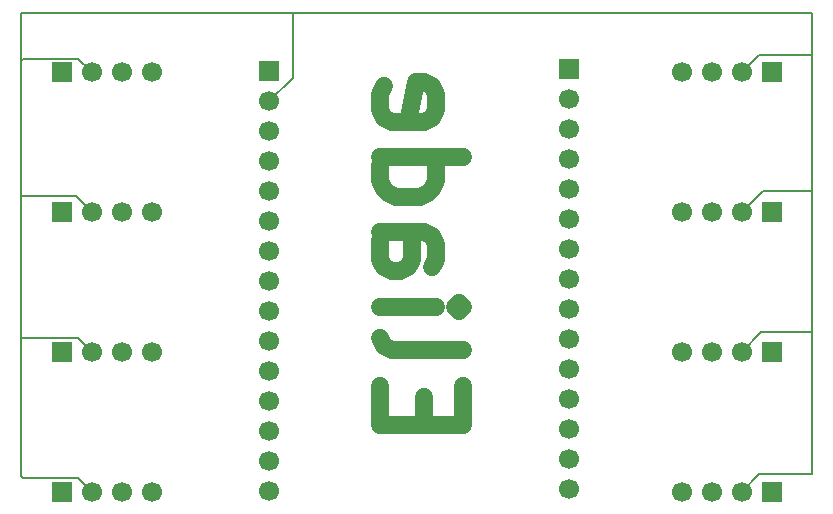
<source format=gbr>
%TF.GenerationSoftware,KiCad,Pcbnew,9.0.3-9.0.3-0~ubuntu24.04.1*%
%TF.CreationDate,2025-08-18T18:47:54+03:00*%
%TF.ProjectId,PCH_ESP32,5043485f-4553-4503-9332-2e6b69636164,rev?*%
%TF.SameCoordinates,Original*%
%TF.FileFunction,Copper,L2,Bot*%
%TF.FilePolarity,Positive*%
%FSLAX46Y46*%
G04 Gerber Fmt 4.6, Leading zero omitted, Abs format (unit mm)*
G04 Created by KiCad (PCBNEW 9.0.3-9.0.3-0~ubuntu24.04.1) date 2025-08-18 18:47:54*
%MOMM*%
%LPD*%
G01*
G04 APERTURE LIST*
%ADD10C,1.500000*%
%TA.AperFunction,NonConductor*%
%ADD11C,1.500000*%
%TD*%
%TA.AperFunction,ComponentPad*%
%ADD12C,1.700000*%
%TD*%
%TA.AperFunction,ComponentPad*%
%ADD13R,1.700000X1.700000*%
%TD*%
%TA.AperFunction,Conductor*%
%ADD14C,0.200000*%
%TD*%
G04 APERTURE END LIST*
D10*
D11*
X163101332Y-90846491D02*
X163101332Y-88513158D01*
X159434665Y-87513158D02*
X159434665Y-90846491D01*
X159434665Y-90846491D02*
X166434665Y-90846491D01*
X166434665Y-90846491D02*
X166434665Y-87513158D01*
X159434665Y-83513158D02*
X159767999Y-84179825D01*
X159767999Y-84179825D02*
X160434665Y-84513158D01*
X160434665Y-84513158D02*
X166434665Y-84513158D01*
X159434665Y-80846491D02*
X164101332Y-80846491D01*
X166434665Y-80846491D02*
X166101332Y-81179824D01*
X166101332Y-81179824D02*
X165767999Y-80846491D01*
X165767999Y-80846491D02*
X166101332Y-80513158D01*
X166101332Y-80513158D02*
X166434665Y-80846491D01*
X166434665Y-80846491D02*
X165767999Y-80846491D01*
X159434665Y-74513158D02*
X163101332Y-74513158D01*
X163101332Y-74513158D02*
X163767999Y-74846491D01*
X163767999Y-74846491D02*
X164101332Y-75513158D01*
X164101332Y-75513158D02*
X164101332Y-76846491D01*
X164101332Y-76846491D02*
X163767999Y-77513158D01*
X159767999Y-74513158D02*
X159434665Y-75179825D01*
X159434665Y-75179825D02*
X159434665Y-76846491D01*
X159434665Y-76846491D02*
X159767999Y-77513158D01*
X159767999Y-77513158D02*
X160434665Y-77846491D01*
X160434665Y-77846491D02*
X161101332Y-77846491D01*
X161101332Y-77846491D02*
X161767999Y-77513158D01*
X161767999Y-77513158D02*
X162101332Y-76846491D01*
X162101332Y-76846491D02*
X162101332Y-75179825D01*
X162101332Y-75179825D02*
X162434665Y-74513158D01*
X159434665Y-68179825D02*
X166434665Y-68179825D01*
X159767999Y-68179825D02*
X159434665Y-68846492D01*
X159434665Y-68846492D02*
X159434665Y-70179825D01*
X159434665Y-70179825D02*
X159767999Y-70846492D01*
X159767999Y-70846492D02*
X160101332Y-71179825D01*
X160101332Y-71179825D02*
X160767999Y-71513158D01*
X160767999Y-71513158D02*
X162767999Y-71513158D01*
X162767999Y-71513158D02*
X163434665Y-71179825D01*
X163434665Y-71179825D02*
X163767999Y-70846492D01*
X163767999Y-70846492D02*
X164101332Y-70179825D01*
X164101332Y-70179825D02*
X164101332Y-68846492D01*
X164101332Y-68846492D02*
X163767999Y-68179825D01*
X159767999Y-62179825D02*
X159434665Y-62846492D01*
X159434665Y-62846492D02*
X159434665Y-64179825D01*
X159434665Y-64179825D02*
X159767999Y-64846492D01*
X159767999Y-64846492D02*
X160434665Y-65179825D01*
X160434665Y-65179825D02*
X163101332Y-65179825D01*
X163101332Y-65179825D02*
X163767999Y-64846492D01*
X163767999Y-64846492D02*
X164101332Y-64179825D01*
X164101332Y-64179825D02*
X164101332Y-62846492D01*
X164101332Y-62846492D02*
X163767999Y-62179825D01*
X163767999Y-62179825D02*
X163101332Y-61846492D01*
X163101332Y-61846492D02*
X162434665Y-61846492D01*
X162434665Y-61846492D02*
X161767999Y-65179825D01*
D12*
%TO.P,J7,4,Pin_4*%
%TO.N,Net-(J1-Pin_6)*%
X140080000Y-61000000D03*
%TO.P,J7,3,Pin_3*%
%TO.N,Net-(J1-Pin_5)*%
X137540000Y-61000000D03*
%TO.P,J7,2,Pin_2*%
%TO.N,Net-(J1-Pin_2)*%
X135000000Y-61000000D03*
D13*
%TO.P,J7,1,Pin_1*%
%TO.N,Net-(J1-Pin_1)*%
X132460000Y-61000000D03*
%TD*%
D12*
%TO.P,J1,15,Pin_15*%
%TO.N,unconnected-(J1-Pin_15-Pad15)*%
X150000000Y-96450000D03*
%TO.P,J1,14,Pin_14*%
%TO.N,Net-(J1-Pin_14)*%
X150000000Y-93910000D03*
%TO.P,J1,13,Pin_13*%
%TO.N,unconnected-(J1-Pin_13-Pad13)*%
X150000000Y-91370000D03*
%TO.P,J1,12,Pin_12*%
%TO.N,unconnected-(J1-Pin_12-Pad12)*%
X150000000Y-88830000D03*
%TO.P,J1,11,Pin_11*%
%TO.N,Net-(J1-Pin_11)*%
X150000000Y-86290000D03*
%TO.P,J1,10,Pin_10*%
%TO.N,Net-(J1-Pin_10)*%
X150000000Y-83750000D03*
%TO.P,J1,9,Pin_9*%
%TO.N,Net-(J1-Pin_9)*%
X150000000Y-81210000D03*
%TO.P,J1,8,Pin_8*%
%TO.N,Net-(J1-Pin_8)*%
X150000000Y-78670000D03*
%TO.P,J1,7,Pin_7*%
%TO.N,Net-(J1-Pin_7)*%
X150000000Y-76130000D03*
%TO.P,J1,6,Pin_6*%
%TO.N,Net-(J1-Pin_6)*%
X150000000Y-73590000D03*
%TO.P,J1,5,Pin_5*%
%TO.N,Net-(J1-Pin_5)*%
X150000000Y-71050000D03*
%TO.P,J1,4,Pin_4*%
%TO.N,unconnected-(J1-Pin_4-Pad4)*%
X150000000Y-68510000D03*
%TO.P,J1,3,Pin_3*%
%TO.N,unconnected-(J1-Pin_3-Pad3)*%
X150000000Y-65970000D03*
%TO.P,J1,2,Pin_2*%
%TO.N,Net-(J1-Pin_2)*%
X150000000Y-63430000D03*
D13*
%TO.P,J1,1,Pin_1*%
%TO.N,Net-(J1-Pin_1)*%
X150000000Y-60890000D03*
%TD*%
D12*
%TO.P,J9,4,Pin_4*%
%TO.N,Net-(J1-Pin_10)*%
X140080000Y-84660000D03*
%TO.P,J9,3,Pin_3*%
%TO.N,Net-(J1-Pin_9)*%
X137540000Y-84660000D03*
%TO.P,J9,2,Pin_2*%
%TO.N,Net-(J1-Pin_2)*%
X135000000Y-84660000D03*
D13*
%TO.P,J9,1,Pin_1*%
%TO.N,Net-(J1-Pin_1)*%
X132460000Y-84660000D03*
%TD*%
%TO.P,J2,1,Pin_1*%
%TO.N,unconnected-(J2-Pin_1-Pad1)*%
X175400000Y-60680000D03*
D12*
%TO.P,J2,2,Pin_2*%
%TO.N,unconnected-(J2-Pin_2-Pad2)*%
X175400000Y-63220000D03*
%TO.P,J2,3,Pin_3*%
%TO.N,Net-(J2-Pin_3)*%
X175400000Y-65760000D03*
%TO.P,J2,4,Pin_4*%
%TO.N,unconnected-(J2-Pin_4-Pad4)*%
X175400000Y-68300000D03*
%TO.P,J2,5,Pin_5*%
%TO.N,Net-(J2-Pin_5)*%
X175400000Y-70840000D03*
%TO.P,J2,6,Pin_6*%
%TO.N,Net-(J2-Pin_6)*%
X175400000Y-73380000D03*
%TO.P,J2,7,Pin_7*%
%TO.N,Net-(J2-Pin_7)*%
X175400000Y-75920000D03*
%TO.P,J2,8,Pin_8*%
%TO.N,Net-(J2-Pin_8)*%
X175400000Y-78460000D03*
%TO.P,J2,9,Pin_9*%
%TO.N,Net-(J2-Pin_9)*%
X175400000Y-81000000D03*
%TO.P,J2,10,Pin_10*%
%TO.N,Net-(J2-Pin_10)*%
X175400000Y-83540000D03*
%TO.P,J2,11,Pin_11*%
%TO.N,Net-(J2-Pin_11)*%
X175400000Y-86080000D03*
%TO.P,J2,12,Pin_12*%
%TO.N,unconnected-(J2-Pin_12-Pad12)*%
X175400000Y-88620000D03*
%TO.P,J2,13,Pin_13*%
%TO.N,unconnected-(J2-Pin_13-Pad13)*%
X175400000Y-91160000D03*
%TO.P,J2,14,Pin_14*%
%TO.N,unconnected-(J2-Pin_14-Pad14)*%
X175400000Y-93700000D03*
%TO.P,J2,15,Pin_15*%
%TO.N,unconnected-(J2-Pin_15-Pad15)*%
X175400000Y-96240000D03*
%TD*%
D13*
%TO.P,J5,1,Pin_1*%
%TO.N,Net-(J1-Pin_1)*%
X192540000Y-84660000D03*
D12*
%TO.P,J5,2,Pin_2*%
%TO.N,Net-(J1-Pin_2)*%
X190000000Y-84660000D03*
%TO.P,J5,3,Pin_3*%
%TO.N,Net-(J2-Pin_8)*%
X187460000Y-84660000D03*
%TO.P,J5,4,Pin_4*%
%TO.N,Net-(J2-Pin_9)*%
X184920000Y-84660000D03*
%TD*%
%TO.P,J8,4,Pin_4*%
%TO.N,Net-(J1-Pin_8)*%
X140080000Y-72830000D03*
%TO.P,J8,3,Pin_3*%
%TO.N,Net-(J1-Pin_7)*%
X137540000Y-72830000D03*
%TO.P,J8,2,Pin_2*%
%TO.N,Net-(J1-Pin_2)*%
X135000000Y-72830000D03*
D13*
%TO.P,J8,1,Pin_1*%
%TO.N,Net-(J1-Pin_1)*%
X132460000Y-72830000D03*
%TD*%
D12*
%TO.P,J10,4,Pin_4*%
%TO.N,Net-(J1-Pin_14)*%
X140080000Y-96500000D03*
%TO.P,J10,3,Pin_3*%
%TO.N,Net-(J1-Pin_11)*%
X137540000Y-96500000D03*
%TO.P,J10,2,Pin_2*%
%TO.N,Net-(J1-Pin_2)*%
X135000000Y-96500000D03*
D13*
%TO.P,J10,1,Pin_1*%
%TO.N,Net-(J1-Pin_1)*%
X132460000Y-96500000D03*
%TD*%
%TO.P,J3,1,Pin_1*%
%TO.N,Net-(J1-Pin_1)*%
X192540000Y-61000000D03*
D12*
%TO.P,J3,2,Pin_2*%
%TO.N,Net-(J1-Pin_2)*%
X190000000Y-61000000D03*
%TO.P,J3,3,Pin_3*%
%TO.N,Net-(J2-Pin_3)*%
X187460000Y-61000000D03*
%TO.P,J3,4,Pin_4*%
%TO.N,Net-(J2-Pin_5)*%
X184920000Y-61000000D03*
%TD*%
%TO.P,J6,4,Pin_4*%
%TO.N,Net-(J2-Pin_11)*%
X184920000Y-96500000D03*
%TO.P,J6,3,Pin_3*%
%TO.N,Net-(J2-Pin_10)*%
X187460000Y-96500000D03*
%TO.P,J6,2,Pin_2*%
%TO.N,Net-(J1-Pin_2)*%
X190000000Y-96500000D03*
D13*
%TO.P,J6,1,Pin_1*%
%TO.N,Net-(J1-Pin_1)*%
X192540000Y-96500000D03*
%TD*%
D12*
%TO.P,J4,4,Pin_4*%
%TO.N,Net-(J2-Pin_7)*%
X184920000Y-72830000D03*
%TO.P,J4,3,Pin_3*%
%TO.N,Net-(J2-Pin_6)*%
X187460000Y-72830000D03*
%TO.P,J4,2,Pin_2*%
%TO.N,Net-(J1-Pin_2)*%
X190000000Y-72830000D03*
D13*
%TO.P,J4,1,Pin_1*%
%TO.N,Net-(J1-Pin_1)*%
X192540000Y-72830000D03*
%TD*%
D14*
%TO.N,Net-(J1-Pin_2)*%
X129151000Y-95349000D02*
X129000000Y-95198000D01*
X129000000Y-95198000D02*
X129000000Y-83500000D01*
X196000000Y-71000000D02*
X196000000Y-59500000D01*
X196000000Y-59500000D02*
X191500000Y-59500000D01*
X191500000Y-59500000D02*
X190000000Y-61000000D01*
X196000000Y-83000000D02*
X196000000Y-71000000D01*
X196000000Y-71000000D02*
X191830000Y-71000000D01*
X191830000Y-71000000D02*
X190000000Y-72830000D01*
X196000000Y-95000000D02*
X196000000Y-83000000D01*
X196000000Y-83000000D02*
X191660000Y-83000000D01*
X191660000Y-83000000D02*
X190000000Y-84660000D01*
X196000000Y-95000000D02*
X191500000Y-95000000D01*
X191500000Y-95000000D02*
X190000000Y-96500000D01*
X129151000Y-95349000D02*
X133849000Y-95349000D01*
X133849000Y-95349000D02*
X135000000Y-96500000D01*
X129000000Y-71500000D02*
X129000000Y-83500000D01*
X133840000Y-83500000D02*
X135000000Y-84660000D01*
X129000000Y-83500000D02*
X133840000Y-83500000D01*
X129000000Y-60000000D02*
X129000000Y-71500000D01*
X129000000Y-71500000D02*
X133670000Y-71500000D01*
X133670000Y-71500000D02*
X135000000Y-72830000D01*
X129000000Y-56000000D02*
X129000000Y-60000000D01*
X133849000Y-59849000D02*
X135000000Y-61000000D01*
X129000000Y-60000000D02*
X129151000Y-59849000D01*
X129151000Y-59849000D02*
X133849000Y-59849000D01*
X196000000Y-56000000D02*
X152000000Y-56000000D01*
X150000000Y-63430000D02*
X152000000Y-61430000D01*
X152000000Y-61430000D02*
X152000000Y-56000000D01*
X152000000Y-56000000D02*
X150500000Y-56000000D01*
X196000000Y-59500000D02*
X196000000Y-56000000D01*
X150500000Y-56000000D02*
X129000000Y-56000000D01*
%TD*%
M02*

</source>
